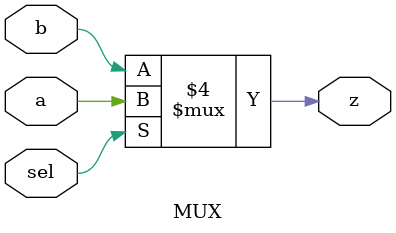
<source format=v>
module MUX (a, b, sel, z);
	input a;
	input b;
	input sel;
	output z;
	reg z;
	always @(*)
		begin
		if(sel == 1'b1)
			z = a;
		else
			z = b;
		end
endmodule

</source>
